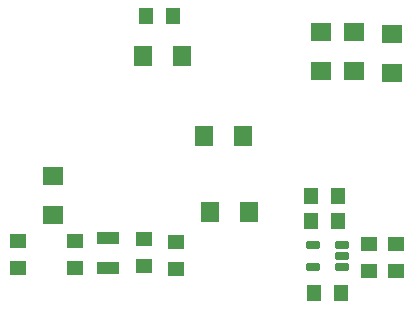
<source format=gbp>
G04*
G04 #@! TF.GenerationSoftware,Altium Limited,Altium Designer,22.6.1 (34)*
G04*
G04 Layer_Color=128*
%FSLAX44Y44*%
%MOMM*%
G71*
G04*
G04 #@! TF.SameCoordinates,A72CB605-F9DB-4195-8002-294397CB98EC*
G04*
G04*
G04 #@! TF.FilePolarity,Positive*
G04*
G01*
G75*
%ADD18R,1.6510X1.5240*%
%ADD21R,1.3970X1.2700*%
%ADD22R,1.2700X1.3970*%
%ADD49R,1.5240X1.6510*%
G04:AMPARAMS|DCode=50|XSize=0.67mm|YSize=1.17mm|CornerRadius=0.0402mm|HoleSize=0mm|Usage=FLASHONLY|Rotation=270.000|XOffset=0mm|YOffset=0mm|HoleType=Round|Shape=RoundedRectangle|*
%AMROUNDEDRECTD50*
21,1,0.6700,1.0896,0,0,270.0*
21,1,0.5896,1.1700,0,0,270.0*
1,1,0.0804,-0.5448,-0.2948*
1,1,0.0804,-0.5448,0.2948*
1,1,0.0804,0.5448,0.2948*
1,1,0.0804,0.5448,-0.2948*
%
%ADD50ROUNDEDRECTD50*%
%ADD51R,1.9000X1.1000*%
D18*
X881380Y996950D02*
D03*
Y963930D02*
D03*
X853440Y996950D02*
D03*
Y963930D02*
D03*
X913130Y995680D02*
D03*
Y962660D02*
D03*
X626110Y842010D02*
D03*
Y875030D02*
D03*
D21*
X916940Y817880D02*
D03*
Y795020D02*
D03*
X894080Y817880D02*
D03*
Y795020D02*
D03*
X730250Y819150D02*
D03*
Y796290D02*
D03*
X645160Y820420D02*
D03*
Y797560D02*
D03*
X596900Y820420D02*
D03*
Y797560D02*
D03*
X703580Y821690D02*
D03*
Y798830D02*
D03*
D22*
X704850Y1010920D02*
D03*
X727710D02*
D03*
X844550Y858520D02*
D03*
X867410D02*
D03*
X844550Y836930D02*
D03*
X867410D02*
D03*
X847090Y775970D02*
D03*
X869950D02*
D03*
D49*
X735330Y976630D02*
D03*
X702310D02*
D03*
X792480Y844550D02*
D03*
X759460D02*
D03*
X754380Y909320D02*
D03*
X787400D02*
D03*
D50*
X870720Y817120D02*
D03*
Y807720D02*
D03*
Y798320D02*
D03*
X846320D02*
D03*
Y817120D02*
D03*
D51*
X673100Y797760D02*
D03*
Y822760D02*
D03*
M02*

</source>
